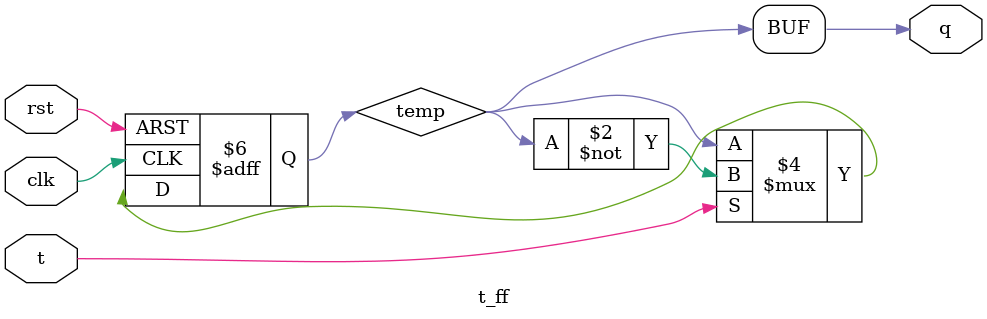
<source format=v>
module t_ff (t,clk,rst,q);
  input t,clk,rst;
  output q;
  reg temp;
  assign q=temp;
  always @(posedge clk or posedge rst)
    begin 
      if(rst)
        temp<=0;
      else if(t)
        temp<=(~temp);
      else 
        temp<=temp;
    end
endmodule 
</source>
